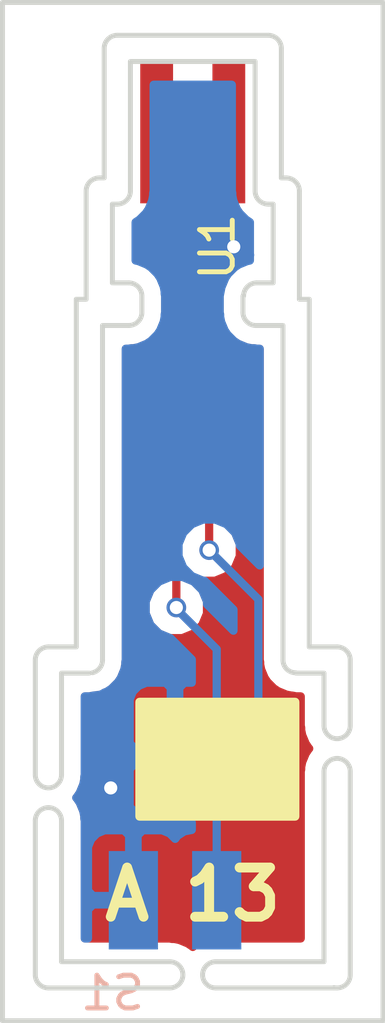
<source format=kicad_pcb>
(kicad_pcb (version 4) (host pcbnew 4.0.2-4+6225~38~ubuntu14.04.1-stable)

  (general
    (links 3)
    (no_connects 3)
    (area 92.424999 94.924999 107.575001 127.575001)
    (thickness 1.6)
    (drawings 69)
    (tracks 22)
    (zones 0)
    (modules 2)
    (nets 4)
  )

  (page A4)
  (layers
    (0 F.Cu signal)
    (31 B.Cu signal hide)
    (32 B.Adhes user)
    (33 F.Adhes user)
    (34 B.Paste user)
    (35 F.Paste user)
    (36 B.SilkS user)
    (37 F.SilkS user)
    (38 B.Mask user)
    (39 F.Mask user)
    (40 Dwgs.User user)
    (41 Cmts.User user)
    (42 Eco1.User user)
    (43 Eco2.User user)
    (44 Edge.Cuts user)
    (45 Margin user)
    (46 B.CrtYd user)
    (47 F.CrtYd user)
    (48 B.Fab user)
    (49 F.Fab user)
  )

  (setup
    (last_trace_width 0.25)
    (trace_clearance 0.2)
    (zone_clearance 0.508)
    (zone_45_only no)
    (trace_min 0.2)
    (segment_width 0.2)
    (edge_width 0.15)
    (via_size 0.6)
    (via_drill 0.4)
    (via_min_size 0.4)
    (via_min_drill 0.3)
    (uvia_size 0.3)
    (uvia_drill 0.1)
    (uvias_allowed no)
    (uvia_min_size 0.2)
    (uvia_min_drill 0.1)
    (pcb_text_width 0.3)
    (pcb_text_size 1.5 1.5)
    (mod_edge_width 0.15)
    (mod_text_size 1 1)
    (mod_text_width 0.15)
    (pad_size 1.524 1.524)
    (pad_drill 0.762)
    (pad_to_mask_clearance 0.2)
    (aux_axis_origin 0 0)
    (visible_elements FFFFFF7F)
    (pcbplotparams
      (layerselection 0x00030_80000001)
      (usegerberextensions false)
      (excludeedgelayer true)
      (linewidth 0.100000)
      (plotframeref false)
      (viasonmask false)
      (mode 1)
      (useauxorigin false)
      (hpglpennumber 1)
      (hpglpenspeed 20)
      (hpglpendiameter 15)
      (hpglpenoverlay 2)
      (psnegative false)
      (psa4output false)
      (plotreference true)
      (plotvalue true)
      (plotinvisibletext false)
      (padsonsilk false)
      (subtractmaskfromsilk false)
      (outputformat 1)
      (mirror false)
      (drillshape 1)
      (scaleselection 1)
      (outputdirectory ""))
  )

  (net 0 "")
  (net 1 GND)
  (net 2 "Net-(S1-Pad3)")
  (net 3 "Net-(S1-Pad4)")

  (net_class Default "This is the default net class."
    (clearance 0.2)
    (trace_width 0.25)
    (via_dia 0.6)
    (via_drill 0.4)
    (uvia_dia 0.3)
    (uvia_drill 0.1)
    (add_net GND)
    (add_net "Net-(S1-Pad3)")
    (add_net "Net-(S1-Pad4)")
  )

  (module idc4:idc4 (layer B.Cu) (tedit 575E9FB5) (tstamp 575EB2ED)
    (at 100.095 121.175 180)
    (path /575E9DAD)
    (fp_text reference S1 (at 2.54 -5.08 180) (layer B.SilkS)
      (effects (font (size 1 1) (thickness 0.15)) (justify mirror))
    )
    (fp_text value IDC4 (at -2.54 -5.08 180) (layer B.Fab)
      (effects (font (size 1 1) (thickness 0.15)) (justify mirror))
    )
    (pad 1 smd rect (at 1.905 -2.25 180) (size 1.5 3) (layers B.Cu B.Paste B.Mask)
      (net 1 GND))
    (pad 2 smd rect (at 0.635 2.25 180) (size 1.5 3) (layers B.Cu B.Paste B.Mask)
      (net 1 GND))
    (pad 3 smd rect (at -0.635 -2.25 180) (size 1.5 3) (layers B.Cu B.Paste B.Mask)
      (net 2 "Net-(S1-Pad3)"))
    (pad 4 smd rect (at -1.905 2.25 180) (size 1.5 3) (layers B.Cu B.Paste B.Mask)
      (net 3 "Net-(S1-Pad4)"))
  )

  (module sipm:sipm (layer F.Cu) (tedit 575E9E63) (tstamp 575EB2F3)
    (at 100 100)
    (path /575E9D54)
    (fp_text reference U1 (at 0.75 3.5 90) (layer F.SilkS)
      (effects (font (size 1 1) (thickness 0.15)))
    )
    (fp_text value SiPM (at -0.5 4.5 90) (layer F.Fab)
      (effects (font (size 1 1) (thickness 0.15)))
    )
    (pad 1 smd rect (at 1.1 0) (size 1 4.35) (layers F.Cu F.Paste F.Mask)
      (net 3 "Net-(S1-Pad4)"))
    (pad 2 smd rect (at -1.1 0) (size 1 4.35) (layers F.Cu F.Paste F.Mask)
      (net 2 "Net-(S1-Pad3)"))
  )

  (gr_line (start 94.2 127.1) (end 94.2 96.05) (layer Edge.Cuts) (width 0.15))
  (gr_line (start 105.8 127.1) (end 94.2 127.1) (layer Edge.Cuts) (width 0.15))
  (gr_line (start 105.8 96.05) (end 105.8 127.1) (layer Edge.Cuts) (width 0.15))
  (gr_line (start 94.2 96.05) (end 105.8 96.05) (layer Edge.Cuts) (width 0.15))
  (gr_text "A 13\n" (at 100 123.25) (layer F.SilkS)
    (effects (font (size 1.5 1.5) (thickness 0.3)))
  )
  (gr_arc (start 95.6 116.1) (end 95.6 115.7) (angle -90) (layer Edge.Cuts) (width 0.15))
  (gr_arc (start 95.6 125.7) (end 95.2 125.7) (angle -90) (layer Edge.Cuts) (width 0.15))
  (gr_arc (start 99.3 125.7) (end 99.3 125.3) (angle 180) (layer Edge.Cuts) (width 0.15))
  (gr_arc (start 100.7 125.7) (end 100.7 125.3) (angle -180) (layer Edge.Cuts) (width 0.15))
  (gr_arc (start 104.4 125.7) (end 104.8 125.7) (angle 104) (layer Edge.Cuts) (width 0.15))
  (gr_arc (start 104.4 116.1) (end 104.8 116.1) (angle -90) (layer Edge.Cuts) (width 0.15))
  (gr_line (start 95.6 115.7) (end 96.45 115.7) (layer Edge.Cuts) (width 0.15))
  (gr_line (start 95.2 116.1) (end 95.2 119.6) (layer Edge.Cuts) (width 0.15))
  (gr_line (start 95.2 121) (end 95.2 125.7) (layer Edge.Cuts) (width 0.15))
  (gr_line (start 99.3 126.1) (end 95.6 126.1) (layer Edge.Cuts) (width 0.15))
  (gr_line (start 100.7 126.1) (end 104.4 126.1) (layer Edge.Cuts) (width 0.15))
  (gr_line (start 104.8 119.5) (end 104.8 125.7) (layer Edge.Cuts) (width 0.15))
  (gr_line (start 104.8 116.1) (end 104.8 118.1) (layer Edge.Cuts) (width 0.15))
  (gr_line (start 103.55 115.7) (end 104.4 115.7) (layer Edge.Cuts) (width 0.15))
  (gr_arc (start 95.6 119.6) (end 96 119.6) (angle 180) (layer Edge.Cuts) (width 0.15))
  (gr_arc (start 95.6 121) (end 96 121) (angle -180) (layer Edge.Cuts) (width 0.15))
  (gr_arc (start 104.4 119.5) (end 104 119.5) (angle 180) (layer Edge.Cuts) (width 0.15))
  (gr_arc (start 104.4 118.1) (end 104 118.1) (angle -180) (layer Edge.Cuts) (width 0.15))
  (gr_arc (start 96.85 116.1) (end 97.25 116.1) (angle 75.9) (layer Edge.Cuts) (width 0.15))
  (gr_arc (start 103.14 116.1) (end 102.75 116.1) (angle -90) (layer Edge.Cuts) (width 0.15))
  (gr_line (start 96 116.5) (end 96.85 116.5) (layer Edge.Cuts) (width 0.15))
  (gr_line (start 96 116.5) (end 96 119.6) (layer Edge.Cuts) (width 0.15))
  (gr_line (start 96 121) (end 96 125.3) (layer Edge.Cuts) (width 0.15))
  (gr_line (start 96 125.3) (end 99.3 125.3) (layer Edge.Cuts) (width 0.15))
  (gr_line (start 100.7 125.3) (end 104 125.3) (layer Edge.Cuts) (width 0.15))
  (gr_line (start 104 119.5) (end 104 125.3) (layer Edge.Cuts) (width 0.15))
  (gr_line (start 104 116.5) (end 104 118.1) (layer Edge.Cuts) (width 0.15))
  (gr_line (start 103.15 116.5) (end 104 116.5) (layer Edge.Cuts) (width 0.15))
  (gr_line (start 102.7 101.4) (end 102.85 101.4) (layer Edge.Cuts) (width 0.15))
  (gr_line (start 97.15 101.4) (end 97.3 101.4) (layer Edge.Cuts) (width 0.15))
  (gr_arc (start 97.15 101.8) (end 97.15 101.4) (angle -90) (layer Edge.Cuts) (width 0.15))
  (gr_arc (start 97.7 97.45) (end 97.3 97.45) (angle 90) (layer Edge.Cuts) (width 0.15))
  (gr_arc (start 102.3 97.45) (end 102.3 97.05) (angle 90) (layer Edge.Cuts) (width 0.15))
  (gr_arc (start 102.85 101.8) (end 102.85 101.4) (angle 90) (layer Edge.Cuts) (width 0.15))
  (gr_line (start 103.55 105.1) (end 103.55 115.7) (layer Edge.Cuts) (width 0.15))
  (gr_line (start 103.25 105.1) (end 103.55 105.1) (layer Edge.Cuts) (width 0.15))
  (gr_line (start 103.25 101.8) (end 103.25 105.1) (layer Edge.Cuts) (width 0.15))
  (gr_line (start 96.75 101.8) (end 96.75 105.1) (layer Edge.Cuts) (width 0.15))
  (gr_line (start 102.7 97.45) (end 102.7 101.4) (layer Edge.Cuts) (width 0.15))
  (gr_line (start 97.7 97.05) (end 102.3 97.05) (layer Edge.Cuts) (width 0.15))
  (gr_line (start 97.3 97.45) (end 97.3 101.4) (layer Edge.Cuts) (width 0.15))
  (gr_line (start 96.45 105.1) (end 96.75 105.1) (layer Edge.Cuts) (width 0.15))
  (gr_line (start 96.45 115.7) (end 96.45 105.1) (layer Edge.Cuts) (width 0.15))
  (gr_line (start 97.55 102.2) (end 97.7 102.2) (layer Edge.Cuts) (width 0.15))
  (gr_line (start 102.3 102.2) (end 102.45 102.2) (layer Edge.Cuts) (width 0.15))
  (gr_arc (start 98.05 105.5) (end 98.05 105.9) (angle -90) (layer Edge.Cuts) (width 0.15))
  (gr_arc (start 98.05 105) (end 98.05 104.6) (angle 90) (layer Edge.Cuts) (width 0.15))
  (gr_arc (start 97.7 101.8) (end 97.7 102.2) (angle -90) (layer Edge.Cuts) (width 0.15))
  (gr_arc (start 102.3 101.8) (end 101.9 101.8) (angle -90) (layer Edge.Cuts) (width 0.15))
  (gr_arc (start 101.95 105) (end 101.95 104.6) (angle -90) (layer Edge.Cuts) (width 0.15))
  (gr_arc (start 101.93 105.5) (end 101.53 105.5) (angle -90) (layer Edge.Cuts) (width 0.15))
  (gr_line (start 98.1 97.85) (end 98.1 101.8) (layer Edge.Cuts) (width 0.15))
  (gr_line (start 97.55 102.2) (end 97.55 104.6) (layer Edge.Cuts) (width 0.15))
  (gr_line (start 97.55 104.6) (end 98.05 104.6) (layer Edge.Cuts) (width 0.15))
  (gr_line (start 98.45 105) (end 98.45 105.5) (layer Edge.Cuts) (width 0.15))
  (gr_line (start 97.25 105.9) (end 98.05 105.9) (layer Edge.Cuts) (width 0.15))
  (gr_line (start 97.25 105.9) (end 97.25 116.1) (layer Edge.Cuts) (width 0.15))
  (gr_line (start 102.75 105.9) (end 102.75 116.1) (layer Edge.Cuts) (width 0.15))
  (gr_line (start 101.95 105.9) (end 102.75 105.9) (layer Edge.Cuts) (width 0.15))
  (gr_line (start 101.53 105) (end 101.53 105.5) (layer Edge.Cuts) (width 0.15))
  (gr_line (start 101.95 104.6) (end 102.45 104.6) (layer Edge.Cuts) (width 0.15))
  (gr_line (start 102.45 102.2) (end 102.45 104.6) (layer Edge.Cuts) (width 0.15))
  (gr_line (start 101.9 97.85) (end 101.9 101.8) (layer Edge.Cuts) (width 0.15))
  (gr_line (start 98.1 97.85) (end 101.9 97.85) (layer Edge.Cuts) (width 0.15))

  (segment (start 101.25 103.5) (end 101.5 103.5) (width 0.25) (layer B.Cu) (net 0))
  (segment (start 101.5 103.5) (end 101.75 103.75) (width 0.25) (layer B.Cu) (net 0))
  (via (at 101.25 103.5) (size 0.6) (drill 0.4) (layers F.Cu B.Cu) (net 0))
  (segment (start 98.19 123.425) (end 98.19 120.69) (width 0.25) (layer B.Cu) (net 1))
  (segment (start 98.19 120.69) (end 97.5 120) (width 0.25) (layer B.Cu) (net 1))
  (segment (start 99.46 118.925) (end 98.575 118.925) (width 0.25) (layer B.Cu) (net 1))
  (segment (start 98.575 118.925) (end 97.5 120) (width 0.25) (layer B.Cu) (net 1))
  (via (at 97.5 120) (size 0.6) (drill 0.4) (layers F.Cu B.Cu) (net 1))
  (segment (start 99.5 103.025) (end 99.5 114.5) (width 0.25) (layer F.Cu) (net 2))
  (segment (start 98.9 100) (end 98.9 102.425) (width 0.25) (layer F.Cu) (net 2))
  (segment (start 98.9 102.425) (end 99.5 103.025) (width 0.25) (layer F.Cu) (net 2))
  (segment (start 100.73 115.77) (end 99.5 114.54) (width 0.25) (layer B.Cu) (net 2))
  (segment (start 99.5 114.54) (end 99.5 114.5) (width 0.25) (layer B.Cu) (net 2))
  (via (at 99.5 114.5) (size 0.6) (drill 0.4) (layers F.Cu B.Cu) (net 2))
  (segment (start 100.73 123.425) (end 100.73 115.77) (width 0.25) (layer B.Cu) (net 2))
  (segment (start 101.1 100) (end 101.1 102.425) (width 0.25) (layer F.Cu) (net 3))
  (segment (start 101.1 102.425) (end 100.5 103.025) (width 0.25) (layer F.Cu) (net 3))
  (segment (start 100.5 103.025) (end 100.5 104.5) (width 0.25) (layer F.Cu) (net 3))
  (segment (start 100.5 112.75) (end 100.5 104.5) (width 0.25) (layer F.Cu) (net 3))
  (segment (start 102 118.925) (end 102 114.25) (width 0.25) (layer B.Cu) (net 3))
  (segment (start 102 114.25) (end 100.5 112.75) (width 0.25) (layer B.Cu) (net 3))
  (via (at 100.5 112.75) (size 0.6) (drill 0.4) (layers F.Cu B.Cu) (net 3))

  (zone (net 1) (net_name GND) (layer B.Cu) (tstamp 0) (hatch edge 0.508)
    (connect_pads (clearance 0.508))
    (min_thickness 0.254)
    (fill yes (arc_segments 16) (thermal_gap 0.508) (thermal_bridge_width 0.508))
    (polygon
      (pts
        (xy 97.75 97.5) (xy 102.25 97.5) (xy 102.25 116) (xy 104.5 116) (xy 104.5 125.5)
        (xy 95.75 125.5) (xy 95.75 116) (xy 97.5 116)
      )
    )
    (filled_polygon
      (pts
        (xy 101.19 101.8) (xy 101.203642 101.868584) (xy 101.203642 101.938514) (xy 101.23409 102.091587) (xy 101.284595 102.213515)
        (xy 101.340103 102.347526) (xy 101.426813 102.477296) (xy 101.426814 102.477297) (xy 101.426815 102.477299) (xy 101.622704 102.673188)
        (xy 101.74 102.751562) (xy 101.74 103.917862) (xy 101.658413 103.93409) (xy 101.570589 103.970468) (xy 101.402474 104.040103)
        (xy 101.272704 104.126812) (xy 101.076815 104.322701) (xy 101.076814 104.322703) (xy 101.076813 104.322704) (xy 100.990103 104.452474)
        (xy 100.940864 104.571349) (xy 100.88409 104.708413) (xy 100.882716 104.715319) (xy 100.874046 104.728295) (xy 100.82 105)
        (xy 100.82 105.5) (xy 100.833642 105.568584) (xy 100.833642 105.638514) (xy 100.86409 105.791587) (xy 100.908997 105.9)
        (xy 100.970103 106.047526) (xy 101.056813 106.177296) (xy 101.056814 106.177297) (xy 101.056815 106.177299) (xy 101.252704 106.373188)
        (xy 101.382474 106.459897) (xy 101.550589 106.529532) (xy 101.638413 106.56591) (xy 101.791487 106.596358) (xy 101.881416 106.596358)
        (xy 101.95 106.61) (xy 102.04 106.61) (xy 102.04 113.215198) (xy 101.435122 112.61032) (xy 101.435162 112.564833)
        (xy 101.293117 112.221057) (xy 101.030327 111.957808) (xy 100.686799 111.815162) (xy 100.314833 111.814838) (xy 99.971057 111.956883)
        (xy 99.707808 112.219673) (xy 99.565162 112.563201) (xy 99.564838 112.935167) (xy 99.706883 113.278943) (xy 99.969673 113.542192)
        (xy 100.313201 113.684838) (xy 100.360077 113.684879) (xy 101.24 114.564802) (xy 101.24 115.205198) (xy 100.435088 114.400286)
        (xy 100.435162 114.314833) (xy 100.293117 113.971057) (xy 100.030327 113.707808) (xy 99.686799 113.565162) (xy 99.314833 113.564838)
        (xy 98.971057 113.706883) (xy 98.707808 113.969673) (xy 98.565162 114.313201) (xy 98.564838 114.685167) (xy 98.706883 115.028943)
        (xy 98.969673 115.292192) (xy 99.313201 115.434838) (xy 99.320042 115.434844) (xy 99.97 116.084802) (xy 99.97 116.79)
        (xy 99.74575 116.79) (xy 99.587 116.94875) (xy 99.587 118.798) (xy 99.607 118.798) (xy 99.607 119.052)
        (xy 99.587 119.052) (xy 99.587 120.90125) (xy 99.74575 121.06) (xy 99.97 121.06) (xy 99.97 121.279442)
        (xy 99.744683 121.321838) (xy 99.528559 121.46091) (xy 99.465795 121.552769) (xy 99.299698 121.386673) (xy 99.066309 121.29)
        (xy 98.47575 121.29) (xy 98.317 121.44875) (xy 98.317 123.298) (xy 98.337 123.298) (xy 98.337 123.552)
        (xy 98.317 123.552) (xy 98.317 123.572) (xy 98.063 123.572) (xy 98.063 123.552) (xy 96.96375 123.552)
        (xy 96.805 123.71075) (xy 96.805 124.59) (xy 96.71 124.59) (xy 96.71 121.79869) (xy 96.805 121.79869)
        (xy 96.805 123.13925) (xy 96.96375 123.298) (xy 98.063 123.298) (xy 98.063 121.44875) (xy 97.90425 121.29)
        (xy 97.313691 121.29) (xy 97.080302 121.386673) (xy 96.901673 121.565301) (xy 96.805 121.79869) (xy 96.71 121.79869)
        (xy 96.71 121) (xy 96.696358 120.931416) (xy 96.696358 120.861487) (xy 96.66591 120.708413) (xy 96.629532 120.620589)
        (xy 96.559897 120.452474) (xy 96.473188 120.322704) (xy 96.450484 120.3) (xy 96.473188 120.277296) (xy 96.559897 120.147526)
        (xy 96.646986 119.937272) (xy 96.66591 119.891587) (xy 96.696358 119.738513) (xy 96.696358 119.668584) (xy 96.71 119.6)
        (xy 96.71 119.21075) (xy 98.075 119.21075) (xy 98.075 120.55131) (xy 98.171673 120.784699) (xy 98.350302 120.963327)
        (xy 98.583691 121.06) (xy 99.17425 121.06) (xy 99.333 120.90125) (xy 99.333 119.052) (xy 98.23375 119.052)
        (xy 98.075 119.21075) (xy 96.71 119.21075) (xy 96.71 117.29869) (xy 98.075 117.29869) (xy 98.075 118.63925)
        (xy 98.23375 118.798) (xy 99.333 118.798) (xy 99.333 116.94875) (xy 99.17425 116.79) (xy 98.583691 116.79)
        (xy 98.350302 116.886673) (xy 98.171673 117.065301) (xy 98.075 117.29869) (xy 96.71 117.29869) (xy 96.71 117.21)
        (xy 96.85 117.21) (xy 96.960805 117.187959) (xy 97.139105 117.165909) (xy 97.141585 117.165909) (xy 97.142641 117.165472)
        (xy 97.170382 117.162041) (xy 97.226009 117.143644) (xy 97.309188 117.096487) (xy 97.397526 117.059897) (xy 97.527296 116.973187)
        (xy 97.527297 116.973186) (xy 97.527299 116.973185) (xy 97.723188 116.777296) (xy 97.809897 116.647526) (xy 97.88254 116.472148)
        (xy 97.91591 116.391587) (xy 97.946358 116.238513) (xy 97.946358 116.168584) (xy 97.96 116.1) (xy 97.96 106.61)
        (xy 98.05 106.61) (xy 98.118584 106.596358) (xy 98.188514 106.596358) (xy 98.341587 106.56591) (xy 98.478651 106.509136)
        (xy 98.597526 106.459897) (xy 98.727296 106.373187) (xy 98.727297 106.373186) (xy 98.727299 106.373185) (xy 98.923188 106.177296)
        (xy 99.009897 106.047526) (xy 99.079532 105.879411) (xy 99.11591 105.791587) (xy 99.146358 105.638513) (xy 99.146358 105.568584)
        (xy 99.16 105.5) (xy 99.16 105) (xy 99.146358 104.931416) (xy 99.146358 104.861487) (xy 99.11591 104.708413)
        (xy 99.079532 104.620589) (xy 99.009897 104.452474) (xy 98.923188 104.322704) (xy 98.727299 104.126815) (xy 98.727297 104.126814)
        (xy 98.727296 104.126813) (xy 98.597526 104.040103) (xy 98.478651 103.990864) (xy 98.341587 103.93409) (xy 98.26 103.917861)
        (xy 98.26 102.751562) (xy 98.377296 102.673187) (xy 98.377297 102.673186) (xy 98.377299 102.673185) (xy 98.573188 102.477296)
        (xy 98.659897 102.347526) (xy 98.729532 102.179411) (xy 98.76591 102.091587) (xy 98.796358 101.938513) (xy 98.796358 101.868584)
        (xy 98.81 101.8) (xy 98.81 98.56) (xy 101.19 98.56)
      )
    )
  )
  (zone (net 1) (net_name GND) (layer F.Cu) (tstamp 0) (hatch edge 0.508)
    (connect_pads (clearance 0.508))
    (min_thickness 0.254)
    (fill yes (arc_segments 16) (thermal_gap 0.508) (thermal_bridge_width 0.508))
    (polygon
      (pts
        (xy 97.75 97.5) (xy 102.25 97.5) (xy 102.25 116) (xy 104.5 116) (xy 104.5 125.5)
        (xy 95.75 125.5) (xy 95.75 116) (xy 97.75 116)
      )
    )
    (filled_polygon
      (pts
        (xy 98.74 113.937537) (xy 98.707808 113.969673) (xy 98.565162 114.313201) (xy 98.564838 114.685167) (xy 98.706883 115.028943)
        (xy 98.969673 115.292192) (xy 99.313201 115.434838) (xy 99.685167 115.435162) (xy 100.028943 115.293117) (xy 100.292192 115.030327)
        (xy 100.434838 114.686799) (xy 100.435162 114.314833) (xy 100.293117 113.971057) (xy 100.26 113.937882) (xy 100.26 113.662747)
        (xy 100.313201 113.684838) (xy 100.685167 113.685162) (xy 101.028943 113.543117) (xy 101.292192 113.280327) (xy 101.434838 112.936799)
        (xy 101.435162 112.564833) (xy 101.293117 112.221057) (xy 101.26 112.187882) (xy 101.26 106.378063) (xy 101.382474 106.459897)
        (xy 101.550589 106.529532) (xy 101.638413 106.56591) (xy 101.791487 106.596358) (xy 101.881416 106.596358) (xy 101.95 106.61)
        (xy 102.04 106.61) (xy 102.04 116.1) (xy 102.053642 116.168584) (xy 102.053642 116.238514) (xy 102.083329 116.387761)
        (xy 102.138668 116.521359) (xy 102.189343 116.643701) (xy 102.273884 116.770226) (xy 102.469774 116.966116) (xy 102.596299 117.050657)
        (xy 102.702313 117.094569) (xy 102.852239 117.156671) (xy 103.001486 117.186358) (xy 103.031144 117.186358) (xy 103.15 117.21)
        (xy 103.29 117.21) (xy 103.29 118.1) (xy 103.303642 118.168584) (xy 103.303642 118.238514) (xy 103.33409 118.391587)
        (xy 103.382997 118.509657) (xy 103.440103 118.647526) (xy 103.526813 118.777296) (xy 103.526814 118.777297) (xy 103.526815 118.777299)
        (xy 103.549516 118.8) (xy 103.526815 118.822701) (xy 103.526814 118.822703) (xy 103.526813 118.822704) (xy 103.440103 118.952474)
        (xy 103.395609 119.059894) (xy 103.33409 119.208413) (xy 103.303642 119.361486) (xy 103.303642 119.431416) (xy 103.29 119.5)
        (xy 103.29 124.59) (xy 100.7 124.59) (xy 100.631416 124.603642) (xy 100.408413 124.63409) (xy 100.320589 124.670468)
        (xy 100.152474 124.740103) (xy 100.022704 124.826812) (xy 100 124.849516) (xy 99.977299 124.826815) (xy 99.977297 124.826814)
        (xy 99.977296 124.826813) (xy 99.847526 124.740103) (xy 99.728651 124.690864) (xy 99.591587 124.63409) (xy 99.438514 124.603642)
        (xy 99.368584 124.603642) (xy 99.3 124.59) (xy 96.71 124.59) (xy 96.71 121) (xy 96.696358 120.931416)
        (xy 96.696358 120.861487) (xy 96.66591 120.708413) (xy 96.629532 120.620589) (xy 96.559897 120.452474) (xy 96.473188 120.322704)
        (xy 96.450484 120.3) (xy 96.473188 120.277296) (xy 96.559897 120.147526) (xy 96.646986 119.937272) (xy 96.66591 119.891587)
        (xy 96.696358 119.738513) (xy 96.696358 119.668584) (xy 96.71 119.6) (xy 96.71 117.21) (xy 96.85 117.21)
        (xy 96.960805 117.187959) (xy 97.139105 117.165909) (xy 97.141585 117.165909) (xy 97.142641 117.165472) (xy 97.170382 117.162041)
        (xy 97.226009 117.143644) (xy 97.309188 117.096487) (xy 97.397526 117.059897) (xy 97.527296 116.973187) (xy 97.527297 116.973186)
        (xy 97.527299 116.973185) (xy 97.723188 116.777296) (xy 97.809897 116.647526) (xy 97.879532 116.479411) (xy 97.91591 116.391587)
        (xy 97.946358 116.238513) (xy 97.946358 116.168584) (xy 97.96 116.1) (xy 97.96 106.61) (xy 98.05 106.61)
        (xy 98.118584 106.596358) (xy 98.188514 106.596358) (xy 98.341587 106.56591) (xy 98.478651 106.509136) (xy 98.597526 106.459897)
        (xy 98.727296 106.373187) (xy 98.727297 106.373186) (xy 98.727299 106.373185) (xy 98.74 106.360484)
      )
    )
  )
  (zone (net 1) (net_name GND) (layer F.SilkS) (tstamp 0) (hatch edge 0.508)
    (connect_pads (clearance 0.508))
    (min_thickness 0.254)
    (fill yes (arc_segments 16) (thermal_gap 0.508) (thermal_bridge_width 0.508))
    (polygon
      (pts
        (xy 98.25 117.25) (xy 98.25 121) (xy 103.25 121) (xy 103.25 117.5) (xy 103.25 117.25)
      )
    )
    (filled_polygon
      (pts
        (xy 103.123 120.873) (xy 98.377 120.873) (xy 98.377 117.377) (xy 103.123 117.377)
      )
    )
  )
)

</source>
